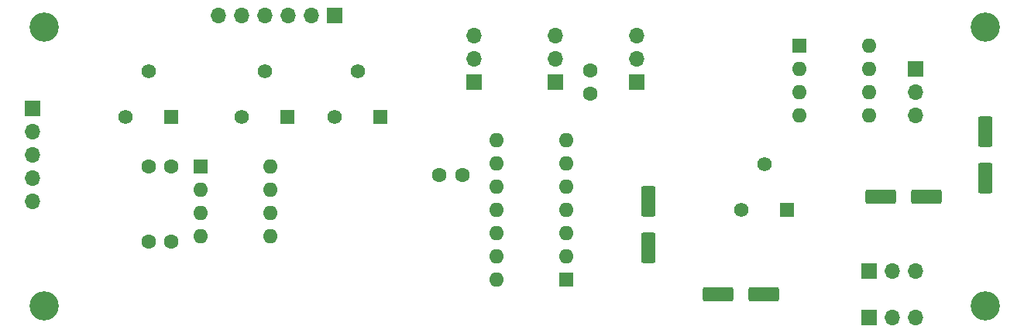
<source format=gbr>
%TF.GenerationSoftware,KiCad,Pcbnew,(6.0.10)*%
%TF.CreationDate,2023-04-08T13:31:08+03:00*%
%TF.ProjectId,DelSol_Preamp,44656c53-6f6c-45f5-9072-65616d702e6b,rev?*%
%TF.SameCoordinates,Original*%
%TF.FileFunction,Soldermask,Top*%
%TF.FilePolarity,Negative*%
%FSLAX46Y46*%
G04 Gerber Fmt 4.6, Leading zero omitted, Abs format (unit mm)*
G04 Created by KiCad (PCBNEW (6.0.10)) date 2023-04-08 13:31:08*
%MOMM*%
%LPD*%
G01*
G04 APERTURE LIST*
G04 Aperture macros list*
%AMRoundRect*
0 Rectangle with rounded corners*
0 $1 Rounding radius*
0 $2 $3 $4 $5 $6 $7 $8 $9 X,Y pos of 4 corners*
0 Add a 4 corners polygon primitive as box body*
4,1,4,$2,$3,$4,$5,$6,$7,$8,$9,$2,$3,0*
0 Add four circle primitives for the rounded corners*
1,1,$1+$1,$2,$3*
1,1,$1+$1,$4,$5*
1,1,$1+$1,$6,$7*
1,1,$1+$1,$8,$9*
0 Add four rect primitives between the rounded corners*
20,1,$1+$1,$2,$3,$4,$5,0*
20,1,$1+$1,$4,$5,$6,$7,0*
20,1,$1+$1,$6,$7,$8,$9,0*
20,1,$1+$1,$8,$9,$2,$3,0*%
G04 Aperture macros list end*
%ADD10RoundRect,0.250000X-1.412500X-0.550000X1.412500X-0.550000X1.412500X0.550000X-1.412500X0.550000X0*%
%ADD11R,1.560000X1.560000*%
%ADD12C,1.560000*%
%ADD13R,1.600000X1.600000*%
%ADD14O,1.600000X1.600000*%
%ADD15R,1.700000X1.700000*%
%ADD16O,1.700000X1.700000*%
%ADD17C,1.600000*%
%ADD18C,3.200000*%
%ADD19RoundRect,0.250000X-0.550000X1.412500X-0.550000X-1.412500X0.550000X-1.412500X0.550000X1.412500X0*%
%ADD20RoundRect,0.250000X1.412500X0.550000X-1.412500X0.550000X-1.412500X-0.550000X1.412500X-0.550000X0*%
G04 APERTURE END LIST*
D10*
X147322500Y-40150000D03*
X152397500Y-40150000D03*
D11*
X137120000Y-41610000D03*
D12*
X134620000Y-36610000D03*
X132120000Y-41610000D03*
D13*
X138440000Y-23650000D03*
D14*
X138440000Y-26190000D03*
X138440000Y-28730000D03*
X138440000Y-31270000D03*
X146060000Y-31270000D03*
X146060000Y-28730000D03*
X146060000Y-26190000D03*
X146060000Y-23650000D03*
D15*
X87630000Y-20320000D03*
D16*
X85090000Y-20320000D03*
X82550000Y-20320000D03*
X80010000Y-20320000D03*
X77470000Y-20320000D03*
X74930000Y-20320000D03*
D15*
X54610000Y-30485000D03*
D16*
X54610000Y-33025000D03*
X54610000Y-35565000D03*
X54610000Y-38105000D03*
X54610000Y-40645000D03*
D17*
X101600000Y-37770000D03*
X99100000Y-37770000D03*
D18*
X158750000Y-21590000D03*
D13*
X73035000Y-36840000D03*
D14*
X73035000Y-39380000D03*
X73035000Y-41920000D03*
X73035000Y-44460000D03*
X80655000Y-44460000D03*
X80655000Y-41920000D03*
X80655000Y-39380000D03*
X80655000Y-36840000D03*
D19*
X158750000Y-33022500D03*
X158750000Y-38097500D03*
D15*
X146050000Y-48260000D03*
D16*
X148590000Y-48260000D03*
X151130000Y-48260000D03*
D11*
X82510000Y-31450000D03*
D12*
X80010000Y-26450000D03*
X77510000Y-31450000D03*
D18*
X55880000Y-21590000D03*
D20*
X134617500Y-50800000D03*
X129542500Y-50800000D03*
D11*
X69810000Y-31450000D03*
D12*
X67310000Y-26450000D03*
X64810000Y-31450000D03*
D17*
X67330000Y-36830000D03*
X69830000Y-36830000D03*
D15*
X102870000Y-27610000D03*
D16*
X102870000Y-25070000D03*
X102870000Y-22530000D03*
D11*
X92670000Y-31420000D03*
D12*
X90170000Y-26420000D03*
X87670000Y-31420000D03*
D17*
X115570000Y-28880000D03*
X115570000Y-26380000D03*
D15*
X151130000Y-26180000D03*
D16*
X151130000Y-28720000D03*
X151130000Y-31260000D03*
D17*
X67330000Y-45085000D03*
X69830000Y-45085000D03*
D15*
X146065000Y-53340000D03*
D16*
X148605000Y-53340000D03*
X151145000Y-53340000D03*
D15*
X111760000Y-27610000D03*
D16*
X111760000Y-25070000D03*
X111760000Y-22530000D03*
D13*
X113020000Y-49205000D03*
D14*
X113020000Y-46665000D03*
X113020000Y-44125000D03*
X113020000Y-41585000D03*
X113020000Y-39045000D03*
X113020000Y-36505000D03*
X113020000Y-33965000D03*
X105400000Y-33965000D03*
X105400000Y-36505000D03*
X105400000Y-39045000D03*
X105400000Y-41585000D03*
X105400000Y-44125000D03*
X105400000Y-46665000D03*
X105400000Y-49205000D03*
D15*
X120650000Y-27610000D03*
D16*
X120650000Y-25070000D03*
X120650000Y-22530000D03*
D18*
X158750000Y-52070000D03*
X55880000Y-52070000D03*
D19*
X121920000Y-40642500D03*
X121920000Y-45717500D03*
M02*

</source>
